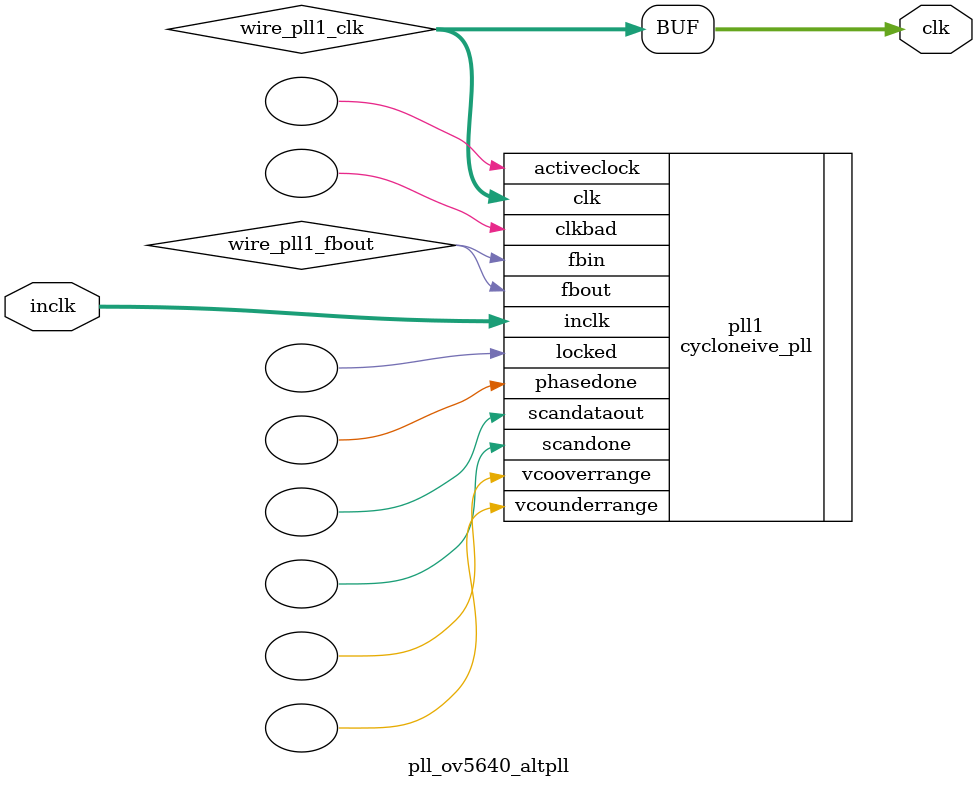
<source format=v>






//synthesis_resources = cycloneive_pll 1 
//synopsys translate_off
`timescale 1 ps / 1 ps
//synopsys translate_on
module  pll_ov5640_altpll
	( 
	clk,
	inclk) /* synthesis synthesis_clearbox=1 */;
	output   [4:0]  clk;
	input   [1:0]  inclk;
`ifndef ALTERA_RESERVED_QIS
// synopsys translate_off
`endif
	tri0   [1:0]  inclk;
`ifndef ALTERA_RESERVED_QIS
// synopsys translate_on
`endif

	wire  [4:0]   wire_pll1_clk;
	wire  wire_pll1_fbout;

	cycloneive_pll   pll1
	( 
	.activeclock(),
	.clk(wire_pll1_clk),
	.clkbad(),
	.fbin(wire_pll1_fbout),
	.fbout(wire_pll1_fbout),
	.inclk(inclk),
	.locked(),
	.phasedone(),
	.scandataout(),
	.scandone(),
	.vcooverrange(),
	.vcounderrange()
	`ifndef FORMAL_VERIFICATION
	// synopsys translate_off
	`endif
	,
	.areset(1'b0),
	.clkswitch(1'b0),
	.configupdate(1'b0),
	.pfdena(1'b1),
	.phasecounterselect({3{1'b0}}),
	.phasestep(1'b0),
	.phaseupdown(1'b0),
	.scanclk(1'b0),
	.scanclkena(1'b1),
	.scandata(1'b0)
	`ifndef FORMAL_VERIFICATION
	// synopsys translate_on
	`endif
	);
	defparam
		pll1.bandwidth_type = "auto",
		pll1.clk0_divide_by = 25,
		pll1.clk0_duty_cycle = 50,
		pll1.clk0_multiply_by = 12,
		pll1.clk0_phase_shift = "0",
		pll1.compensate_clock = "clk0",
		pll1.inclk0_input_frequency = 20000,
		pll1.operation_mode = "normal",
		pll1.pll_type = "auto",
		pll1.lpm_type = "cycloneive_pll";
	assign
		clk = {wire_pll1_clk[4:0]};
endmodule //pll_ov5640_altpll
//VALID FILE

</source>
